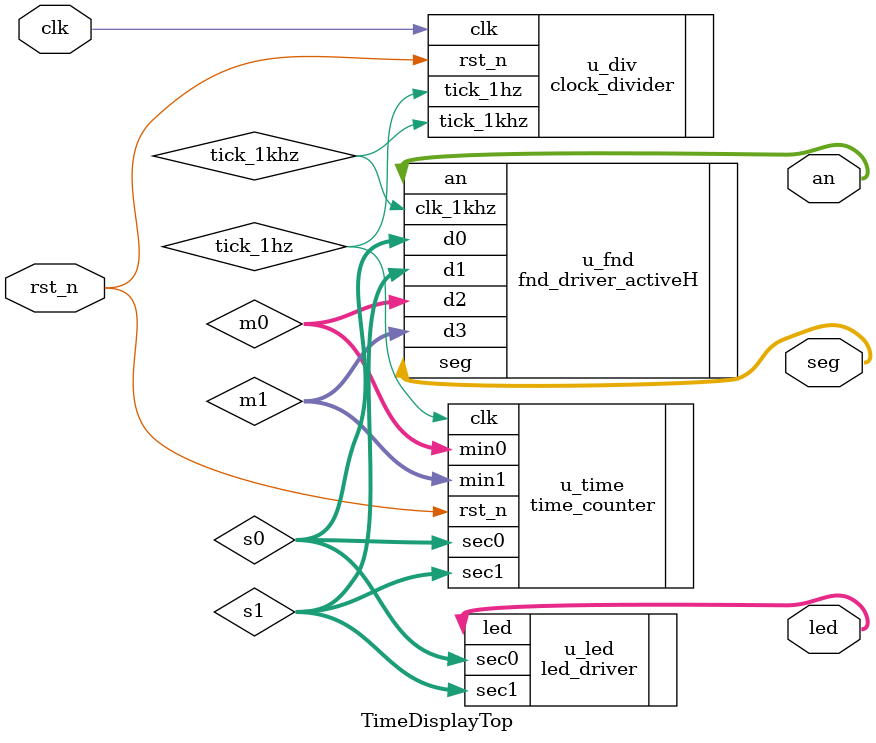
<source format=v>
module TimeDisplayTop(
    input  wire clk,        // 100 MHz
    input  wire rst_n,      // Reset switch (Low = reset)
    output wire [15:0] led, // 16 LEDs  (High = ON)
    output wire [6:0] seg,  // Segments (High = ON)
    output wire [3:0] an    // Digit EN (High = ON)
);
    /* ¦¡¦¡ 1 kHz / 1 Hz ¦¡¦¡¦¡¦¡¦¡¦¡¦¡¦¡¦¡¦¡¦¡¦¡¦¡¦¡¦¡¦¡¦¡¦¡¦¡¦¡¦¡¦¡¦¡¦¡¦¡¦¡¦¡¦¡¦¡¦¡¦¡ */
    wire tick_1khz, tick_1hz;
    clock_divider #(.CLK_HZ(100_000_000)) u_div (
        .clk       (clk),
        .rst_n     (rst_n),
        .tick_1khz (tick_1khz),
        .tick_1hz  (tick_1hz)
    );

    /* ¦¡¦¡ BCD Time Counter (00:00-59:59) ¦¡¦¡¦¡¦¡¦¡¦¡¦¡¦¡¦¡¦¡¦¡¦¡ */
    wire [3:0] s0, s1, m0, m1;
    time_counter u_time (
        .clk   (tick_1hz),
        .rst_n (rst_n),
        .sec0  (s0), .sec1 (s1),
        .min0  (m0), .min1 (m1)
    );

    /* ¦¡¦¡ LED: ÃÊ¸¦ 2Áø¼ö·Î ¦¡¦¡¦¡¦¡¦¡¦¡¦¡¦¡¦¡¦¡¦¡¦¡¦¡¦¡¦¡¦¡¦¡¦¡¦¡¦¡¦¡¦¡¦¡¦¡¦¡¦¡ */
    led_driver u_led (.sec0(s0), .sec1(s1), .led(led));

    /* ¦¡¦¡ 7-Segment: MM:SS (active-High) ¦¡¦¡¦¡¦¡¦¡¦¡¦¡¦¡¦¡¦¡¦¡¦¡ */
    fnd_driver_activeH u_fnd (
        .clk_1khz (tick_1khz),
        .d0(s0), .d1(s1), .d2(m0), .d3(m1),
        .seg(seg), .an(an)
    );
endmodule

</source>
